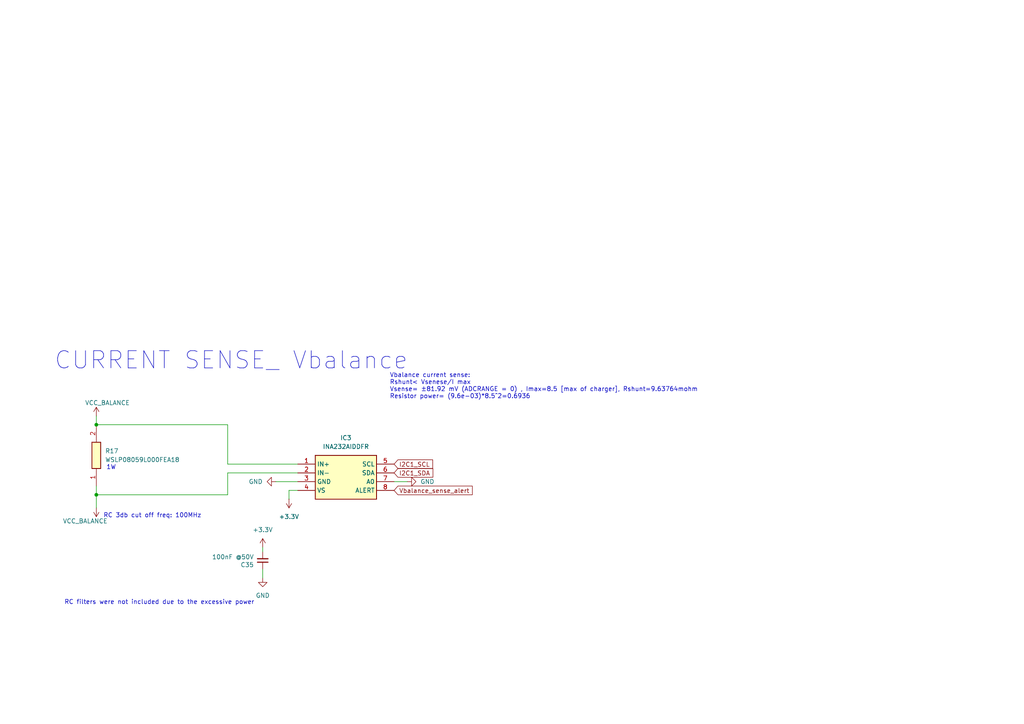
<source format=kicad_sch>
(kicad_sch (version 20250114) (generator "eeschema") (generator_version "9.0")
  (paper "A4")
  (lib_symbols
    (symbol "Device:C_Small" (pin_numbers (hide yes)) (pin_names (offset 0.254) (hide yes))
      (property "Reference" "C" (at 0.254 1.778 0))
      (property "Value" "C_Small" (at 0.254 -2.032 0))
      (symbol "C_Small_0_1"
        (polyline (pts (xy -1.524 0.508) (xy 1.524 0.508)) (stroke (width 0.3048)))
        (polyline (pts (xy -1.524 -0.508) (xy 1.524 -0.508)) (stroke (width 0.3302)))
      )
      (symbol "C_Small_1_1"
        (pin passive line (at 0 2.54 270) (length 2.032) (name "~") (number "1"))
        (pin passive line (at 0 -2.54 90) (length 2.032) (name "~") (number "2"))
      )
    )
    (symbol "power:+3.3V" (power) (pin_numbers (hide yes)) (pin_names (offset 0) (hide yes))
      (property "Value" "+3.3V" (at 0 3.556 0))
      (symbol "+3.3V_0_1"
        (polyline (pts (xy -0.762 1.27) (xy 0 2.54)))
        (polyline (pts (xy 0 2.54) (xy 0.762 1.27)))
        (polyline (pts (xy 0 0) (xy 0 2.54)))
      )
      (symbol "+3.3V_1_1"
        (pin power_in line (at 0 0 90) (length 0) (name "~") (number "1"))
      )
    )
    (symbol "power:GND1" (power) (pin_numbers (hide yes)) (pin_names (offset 0) (hide yes))
      (property "Value" "GND1" (at 0 -3.81 0))
      (symbol "GND1_0_1"
        (polyline (pts (xy 0 0) (xy 0 -1.27) (xy 1.27 -1.27) (xy 0 -2.54) (xy -1.27 -1.27) (xy 0 -1.27)))
      )
      (symbol "GND1_1_1"
        (pin power_in line (at 0 0 270) (length 0) (name "~") (number "1"))
      )
    )
    (symbol "power:VCC" (power) (pin_numbers (hide yes)) (pin_names (offset 0) (hide yes))
      (property "Value" "VCC" (at 0 3.556 0))
      (symbol "VCC_0_1"
        (polyline (pts (xy -0.762 1.27) (xy 0 2.54)))
        (polyline (pts (xy 0 2.54) (xy 0.762 1.27)))
        (polyline (pts (xy 0 0) (xy 0 2.54)))
      )
      (symbol "VCC_1_1"
        (pin power_in line (at 0 0 90) (length 0) (name "~") (number "1"))
      )
    )
    (symbol "samac_sys:INA232AIDDFR"
      (property "Reference" "IC" (at 24.13 7.62 0))
      (property "Value" "INA232AIDDFR" (at 24.13 5.08 0))
      (symbol "INA232AIDDFR_1_1"
        (rectangle (start 5.08 2.54) (end 22.86 -10.16) (stroke (width 0.254)) (fill (type background)))
        (pin passive line (at 0 0 0) (length 5.08) (name "IN+") (number "1"))
        (pin passive line (at 0 -2.54 0) (length 5.08) (name "IN-") (number "2"))
        (pin passive line (at 0 -5.08 0) (length 5.08) (name "GND") (number "3"))
        (pin passive line (at 0 -7.62 0) (length 5.08) (name "VS") (number "4"))
        (pin passive line (at 27.94 0 180) (length 5.08) (name "SCL") (number "5"))
        (pin passive line (at 27.94 -2.54 180) (length 5.08) (name "SDA") (number "6"))
        (pin passive line (at 27.94 -5.08 180) (length 5.08) (name "A0") (number "7"))
        (pin passive line (at 27.94 -7.62 180) (length 5.08) (name "ALERT") (number "8"))
      )
    )
    (symbol "samac_sys:WSLP08059L000FEA18" (pin_names (hide yes))
      (property "Reference" "R" (at 13.97 6.35 0))
      (property "Value" "WSLP08059L000FEA18" (at 13.97 3.81 0))
      (symbol "WSLP08059L000FEA18_1_1"
        (rectangle (start 5.08 1.27) (end 12.7 -1.27) (stroke (width 0.254)) (fill (type background)))
        (pin passive line (at 0 0 0) (length 5.08) (name "1") (number "1"))
        (pin passive line (at 17.78 0 180) (length 5.08) (name "2") (number "2"))
      )
    )
  )
  (text "RC filters were not included due to the excessive power" (at 46.228 174.752 0) (effects (font (size 1.27 1.27))))
  (text "Vbalance current sense:\nRshunt< Vsenese/I max\nVsense= ±81.92 mV (ADCRANGE = 0) , Imax=8.5 [max of charger], Rshunt=9.63764mohm\nResistor power= (9.6e-03)*8.5^2=0.6936\n\n\n" (at 113.03 114.046 0) (effects (font (size 1.27 1.27)) (justify left)))
  (text "RC 3db cut off freq: 100MHz" (at 44.196 149.606 0) (effects (font (size 1.27 1.27))))
  (text "1W" (at 32.258 135.636 0) (effects (font (size 1.27 1.27))))
  (text "CURRENT SENSE_ Vbalance\n" (at 67.056 104.648 0) (effects (font (size 5 5))))
  (junction (at 27.94 123.19))
  (junction (at 27.94 143.51))
  (wire (pts (xy 27.94 143.51) (xy 66.04 143.51)))
  (wire (pts (xy 114.3 139.7) (xy 118.11 139.7)))
  (wire (pts (xy 83.82 144.78) (xy 83.82 142.24)))
  (wire (pts (xy 66.04 134.62) (xy 66.04 123.19)))
  (wire (pts (xy 66.04 137.16) (xy 86.36 137.16)))
  (wire (pts (xy 76.2 158.75) (xy 76.2 160.02)))
  (wire (pts (xy 27.94 143.51) (xy 27.94 140.97)))
  (wire (pts (xy 83.82 142.24) (xy 86.36 142.24)))
  (wire (pts (xy 27.94 143.51) (xy 27.94 147.32)))
  (wire (pts (xy 86.36 134.62) (xy 66.04 134.62)))
  (wire (pts (xy 27.94 120.65) (xy 27.94 123.19)))
  (wire (pts (xy 80.01 139.7) (xy 86.36 139.7)))
  (wire (pts (xy 66.04 137.16) (xy 66.04 143.51)))
  (wire (pts (xy 76.2 165.1) (xy 76.2 167.64)))
  (wire (pts (xy 27.94 123.19) (xy 66.04 123.19)))
  (global_label "Vbalance_sense_alert" (shape input) (at 114.3 142.24 0) (property "Intersheetrefs" "${INTERSHEET_REFS}" (effects (hide yes))))
  (global_label "I2C1_SCL" (shape input) (at 114.3 134.62 0) (property "Intersheetrefs" "${INTERSHEET_REFS}" (effects (hide yes))))
  (global_label "I2C1_SDA" (shape input) (at 114.3 137.16 0) (property "Intersheetrefs" "${INTERSHEET_REFS}" (effects (hide yes))))
  (symbol (lib_id "samac_sys:INA232AIDDFR") (at 86.36 134.62 0) (unit 1)
    (property "Reference" "IC3" (at 100.33 127 0))
    (property "Value" "INA232AIDDFR" (at 100.33 129.54 0))
    (property "Footprint" "samac_sys:SOT65P280X110-8N" (effects (hide yes)))
    (property "Datasheet" "https://www.ti.com/lit/ds/symlink/ina232.pdf?ts=1678135005205&ref_url=https%253A%252F%252Fwww.ti.com%252Fproduct%252FINA232" (effects (hide yes)))
    (property "Description" "Current Monitor Regulator High/Low-Side TSOT-23-8" (effects (hide yes)))
    (property "Height" "1.1" (effects (hide yes)))
    (property "Mouser Part Number" "595-INA232AIDDFR" (effects (hide yes)))
    (property "Mouser Price/Stock" "https://www.mouser.co.uk/ProductDetail/Texas-Instruments/INA232AIDDFR?qs=amGC7iS6iy%2Fta50EZB5C0g%3D%3D" (effects (hide yes)))
    (property "Manufacturer_Name" "Texas Instruments" (effects (hide yes)))
    (property "Manufacturer_Part_Number" "INA232AIDDFR" (effects (hide yes)))
  )
  (symbol (lib_id "samac_sys:WSLP08059L000FEA18") (at 27.94 140.97 90) (unit 1)
    (property "Reference" "R17" (at 30.48 130.8099 90) (effects (justify right)))
    (property "Value" "WSLP08059L000FEA18" (at 30.48 133.3499 90) (effects (justify right)))
    (property "Footprint" "samac_sys:RESC2013X58N" (effects (hide yes)))
    (property "Datasheet" "https://www.vishay.com/docs/30298/wslp18.pdf" (effects (hide yes)))
    (property "Description" "Current Sense Resistors - SMD 1watt 0.009ohm 1%" (effects (hide yes)))
    (property "Height" "0.584" (effects (hide yes)))
    (property "Mouser Part Number" "71-WSLP08059L000FEA1" (effects (hide yes)))
    (property "Mouser Price/Stock" "https://www.mouser.co.uk/ProductDetail/Vishay-Dale/WSLP08059L000FEA18?qs=yAJ577jGV72fuFjyZamKjw%3D%3D" (effects (hide yes)))
    (property "Manufacturer_Name" "Vishay" (effects (hide yes)))
    (property "Manufacturer_Part_Number" "WSLP08059L000FEA18" (effects (hide yes)))
  )
  (symbol (lib_id "power:GND1") (at 76.2 167.64 0) (unit 1)
    (property "Reference" "#PWR078" (effects (hide yes)))
    (property "Value" "GND" (at 76.2 172.72 0))
    (property "Description" "Power symbol creates a global label with name \"GND1\" , ground" (effects (hide yes)))
  )
  (symbol (lib_id "power:GND1") (at 80.01 139.7 270) (unit 1)
    (property "Reference" "#PWR079" (effects (hide yes)))
    (property "Value" "GND" (at 76.2 139.6999 90) (effects (justify right)))
    (property "Description" "Power symbol creates a global label with name \"GND1\" , ground" (effects (hide yes)))
  )
  (symbol (lib_id "power:GND1") (at 118.11 139.7 90) (unit 1)
    (property "Reference" "#PWR081" (effects (hide yes)))
    (property "Value" "GND" (at 121.92 139.6999 90) (effects (justify right)))
    (property "Description" "Power symbol creates a global label with name \"GND1\" , ground" (effects (hide yes)))
  )
  (symbol (lib_id "power:+3.3V") (at 76.2 158.75 0) (unit 1)
    (property "Reference" "#PWR077" (effects (hide yes)))
    (property "Value" "+3.3V" (at 76.2 153.67 0))
    (property "Description" "Power symbol creates a global label with name \"+3.3V\"" (effects (hide yes)))
  )
  (symbol (lib_id "power:VCC") (at 27.94 120.65 0) (unit 1)
    (property "Reference" "#PWR075" (effects (hide yes)))
    (property "Value" "VCC_BALANCE" (at 24.638 116.84 0) (effects (justify left)))
    (property "Description" "Power symbol creates a global label with name \"VCC\"" (effects (hide yes)))
  )
  (symbol (lib_id "Device:C_Small") (at 76.2 162.56 180) (unit 1)
    (property "Reference" "C35" (at 73.66 163.8238 0) (effects (justify left)))
    (property "Value" "100nF @50V" (at 73.66 161.544 0) (effects (justify left)))
    (property "Footprint" "Capacitor_SMD:C_0402_1005Metric_Pad0.74x0.62mm_HandSolder" (effects (hide yes)))
    (property "Datasheet" "GRM155R61H104KE19J" (effects (hide yes)))
    (property "Description" "Unpolarized capacitor, small symbol" (effects (hide yes)))
  )
  (symbol (lib_id "power:VCC") (at 27.94 147.32 180) (unit 1)
    (property "Reference" "#PWR0140" (effects (hide yes)))
    (property "Value" "VCC_BALANCE" (at 31.242 151.13 0) (effects (justify left)))
    (property "Description" "Power symbol creates a global label with name \"VCC\"" (effects (hide yes)))
  )
  (symbol (lib_id "power:+3.3V") (at 83.82 144.78 180) (unit 1)
    (property "Reference" "#PWR080" (effects (hide yes)))
    (property "Value" "+3.3V" (at 83.82 149.86 0))
    (property "Description" "Power symbol creates a global label with name \"+3.3V\"" (effects (hide yes)))
  )
)
</source>
